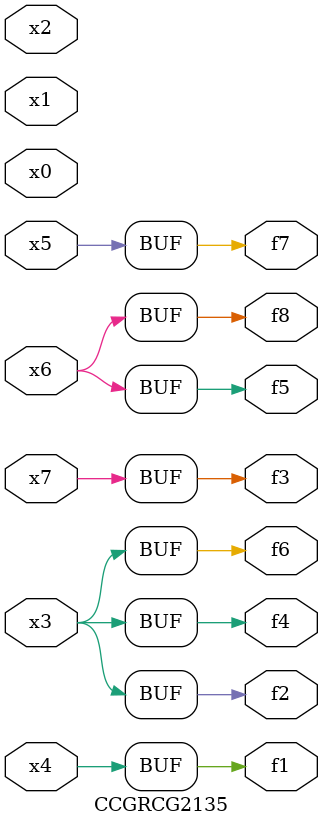
<source format=v>
module CCGRCG2135(
	input x0, x1, x2, x3, x4, x5, x6, x7,
	output f1, f2, f3, f4, f5, f6, f7, f8
);
	assign f1 = x4;
	assign f2 = x3;
	assign f3 = x7;
	assign f4 = x3;
	assign f5 = x6;
	assign f6 = x3;
	assign f7 = x5;
	assign f8 = x6;
endmodule

</source>
